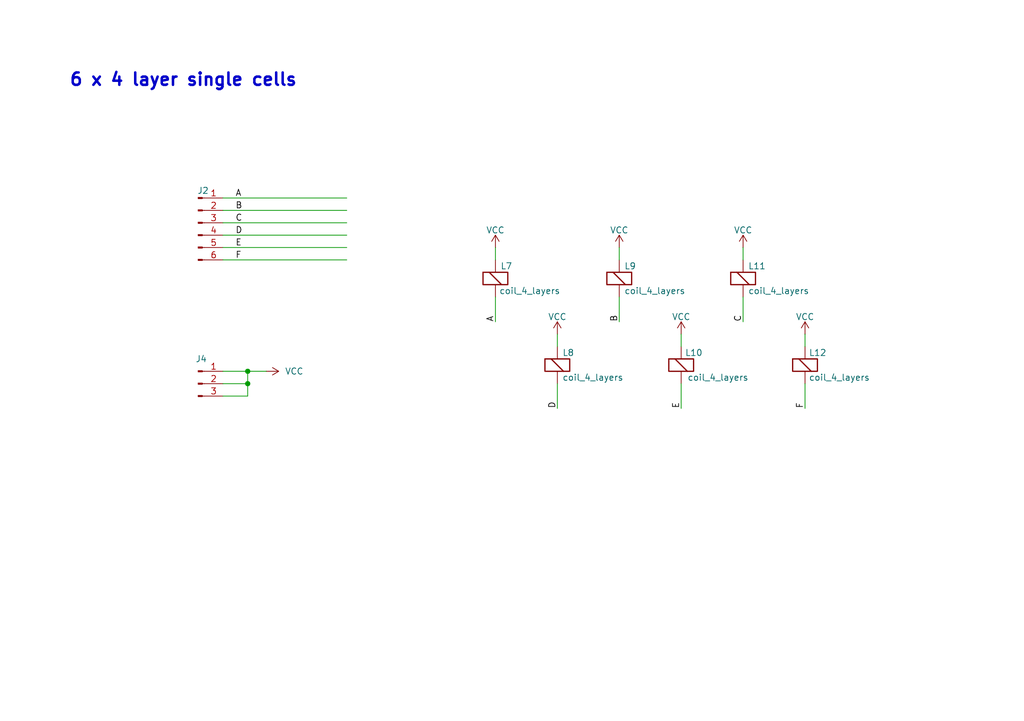
<source format=kicad_sch>
(kicad_sch (version 20231120) (generator "eeschema") (generator_version "8.0")
  (paper "A5")
  (title_block (title "Layered") (date "2024-07-04") (rev "0.1") (comment 1 "Jonas Stirnemann"))
  (lib_symbols
    (symbol "Connector:Conn_01x03_Pin" (pin_names (offset 1.016) hide)
      (property "Reference" "J" (at 0 5.08 0))
      (property "Value" "Conn_01x03_Pin" (at 0 -5.08 0))
      (symbol "Conn_01x03_Pin_1_1"
        (polyline (pts (xy 1.27 -2.54) (xy 0.8636 -2.54)) (stroke (width 0.1524)))
        (polyline (pts (xy 1.27 0) (xy 0.8636 0)) (stroke (width 0.1524)))
        (polyline (pts (xy 1.27 2.54) (xy 0.8636 2.54)) (stroke (width 0.1524)))
        (rectangle (start 0.8636 -2.413) (end 0 -2.667) (stroke (width 0.1524)) (fill (type outline)))
        (rectangle (start 0.8636 0.127) (end 0 -0.127) (stroke (width 0.1524)) (fill (type outline)))
        (rectangle (start 0.8636 2.667) (end 0 2.413) (stroke (width 0.1524)) (fill (type outline)))
        (pin passive line (at 5.08 2.54 180) (length 3.81) (name "Pin_1") (number "1"))
        (pin passive line (at 5.08 0 180) (length 3.81) (name "Pin_2") (number "2"))
        (pin passive line (at 5.08 -2.54 180) (length 3.81) (name "Pin_3") (number "3"))
      )
    )
    (symbol "Connector:Conn_01x06_Pin" (pin_names (offset 1.016) hide)
      (property "Reference" "J" (at 0 7.62 0))
      (property "Value" "Conn_01x06_Pin" (at 0 -10.16 0))
      (symbol "Conn_01x06_Pin_1_1"
        (polyline (pts (xy 1.27 -7.62) (xy 0.8636 -7.62)) (stroke (width 0.1524)))
        (polyline (pts (xy 1.27 -5.08) (xy 0.8636 -5.08)) (stroke (width 0.1524)))
        (polyline (pts (xy 1.27 -2.54) (xy 0.8636 -2.54)) (stroke (width 0.1524)))
        (polyline (pts (xy 1.27 0) (xy 0.8636 0)) (stroke (width 0.1524)))
        (polyline (pts (xy 1.27 2.54) (xy 0.8636 2.54)) (stroke (width 0.1524)))
        (polyline (pts (xy 1.27 5.08) (xy 0.8636 5.08)) (stroke (width 0.1524)))
        (rectangle (start 0.8636 -7.493) (end 0 -7.747) (stroke (width 0.1524)) (fill (type outline)))
        (rectangle (start 0.8636 -4.953) (end 0 -5.207) (stroke (width 0.1524)) (fill (type outline)))
        (rectangle (start 0.8636 -2.413) (end 0 -2.667) (stroke (width 0.1524)) (fill (type outline)))
        (rectangle (start 0.8636 0.127) (end 0 -0.127) (stroke (width 0.1524)) (fill (type outline)))
        (rectangle (start 0.8636 2.667) (end 0 2.413) (stroke (width 0.1524)) (fill (type outline)))
        (rectangle (start 0.8636 5.207) (end 0 4.953) (stroke (width 0.1524)) (fill (type outline)))
        (pin passive line (at 5.08 5.08 180) (length 3.81) (name "Pin_1") (number "1"))
        (pin passive line (at 5.08 2.54 180) (length 3.81) (name "Pin_2") (number "2"))
        (pin passive line (at 5.08 0 180) (length 3.81) (name "Pin_3") (number "3"))
        (pin passive line (at 5.08 -2.54 180) (length 3.81) (name "Pin_4") (number "4"))
        (pin passive line (at 5.08 -5.08 180) (length 3.81) (name "Pin_5") (number "5"))
        (pin passive line (at 5.08 -7.62 180) (length 3.81) (name "Pin_6") (number "6"))
      )
    )
    (symbol "Device:ElectromagneticActor" (pin_numbers hide) (pin_names (offset 0.0254) hide)
      (property "Reference" "L" (at 1.27 3.81 0))
      (property "Value" "ElectromagneticActor" (at 1.27 -1.27 0))
      (symbol "ElectromagneticActor_0_1"
        (rectangle (start -2.54 2.54) (end 2.54 0) (stroke (width 0.254)))
        (polyline (pts (xy -1.27 2.54) (xy 1.27 0)) (stroke (width 0.254)))
      )
      (symbol "ElectromagneticActor_1_1"
        (pin passive line (at 0 5.08 270) (length 2.54) (name "-") (number "1"))
        (pin passive line (at 0 -2.54 90) (length 2.54) (name "+") (number "2"))
      )
    )
    (symbol "power:VCC" (power) (pin_numbers hide) (pin_names (offset 0) hide)
      (property "Value" "VCC" (at 0 3.556 0))
      (symbol "VCC_0_1"
        (polyline (pts (xy -0.762 1.27) (xy 0 2.54)))
        (polyline (pts (xy 0 0) (xy 0 2.54)))
        (polyline (pts (xy 0 2.54) (xy 0.762 1.27)))
      )
      (symbol "VCC_1_1"
        (pin power_in line (at 0 0 90) (length 0) (name "~") (number "1"))
      )
    )
  )
  (junction (at 50.8 78.74))
  (junction (at 50.8 76.2))
  (wire (pts (xy 45.72 81.28) (xy 50.8 81.28)))
  (wire (pts (xy 45.72 53.34) (xy 71.12 53.34)))
  (wire (pts (xy 139.7 68.58) (xy 139.7 71.12)))
  (wire (pts (xy 45.72 48.26) (xy 71.12 48.26)))
  (wire (pts (xy 45.72 45.72) (xy 71.12 45.72)))
  (wire (pts (xy 45.72 50.8) (xy 71.12 50.8)))
  (wire (pts (xy 139.7 78.74) (xy 139.7 83.82)))
  (wire (pts (xy 165.1 78.74) (xy 165.1 83.82)))
  (wire (pts (xy 45.72 78.74) (xy 50.8 78.74)))
  (wire (pts (xy 127 50.8) (xy 127 53.34)))
  (wire (pts (xy 114.3 68.58) (xy 114.3 71.12)))
  (wire (pts (xy 50.8 78.74) (xy 50.8 76.2)))
  (wire (pts (xy 152.4 60.96) (xy 152.4 66.04)))
  (wire (pts (xy 54.61 76.2) (xy 50.8 76.2)))
  (wire (pts (xy 127 60.96) (xy 127 66.04)))
  (wire (pts (xy 165.1 68.58) (xy 165.1 71.12)))
  (wire (pts (xy 101.6 60.96) (xy 101.6 66.04)))
  (wire (pts (xy 101.6 50.8) (xy 101.6 53.34)))
  (wire (pts (xy 45.72 40.64) (xy 71.12 40.64)))
  (wire (pts (xy 50.8 81.28) (xy 50.8 78.74)))
  (wire (pts (xy 50.8 76.2) (xy 45.72 76.2)))
  (wire (pts (xy 45.72 43.18) (xy 71.12 43.18)))
  (wire (pts (xy 114.3 78.74) (xy 114.3 83.82)))
  (wire (pts (xy 152.4 50.8) (xy 152.4 53.34)))
  (text "6 x 4 layer single cells" (at 37.592 16.51 0) (effects (font (size 2.54 2.54) (thickness 0.508) (bold yes))))
  (label "C" (at 152.4 66.04 90))
  (label "D" (at 114.3 83.82 90))
  (label "F" (at 165.1 83.82 90))
  (label "C" (at 48.26 45.72 0))
  (label "A" (at 48.26 40.64 0))
  (label "B" (at 48.26 43.18 0))
  (label "D" (at 48.26 48.26 0))
  (label "E" (at 139.7 83.82 90))
  (label "E" (at 48.26 50.8 0))
  (label "B" (at 127 66.04 90))
  (label "F" (at 48.26 53.34 0))
  (label "A" (at 101.6 66.04 90))
  (symbol (lib_id "Device:ElectromagneticActor") (at 152.4 58.42 0) (unit 1)
    (property "Reference" "L11" (at 153.416 54.61 0) (effects (justify left)))
    (property "Value" "coil_4_layers" (at 153.416 59.69 0) (effects (justify left)))
    (property "Footprint" "single_coils:4layer_coil" (effects (hide yes)))
    (property "Description" "Electromagnetic actor" (effects (hide yes)))
  )
  (symbol (lib_id "Device:ElectromagneticActor") (at 114.3 76.2 0) (unit 1)
    (property "Reference" "L8" (at 115.316 72.39 0) (effects (justify left)))
    (property "Value" "coil_4_layers" (at 115.316 77.47 0) (effects (justify left)))
    (property "Footprint" "single_coils:4layer_coil" (effects (hide yes)))
    (property "Description" "Electromagnetic actor" (effects (hide yes)))
  )
  (symbol (lib_id "power:VCC") (at 114.3 68.58 0) (unit 1)
    (property "Reference" "#PWR010" (effects (hide yes)))
    (property "Value" "VCC" (at 114.3 65.024 0))
    (property "Description" "Power symbol creates a global label with name \"VCC\"" (effects (hide yes)))
  )
  (symbol (lib_id "Device:ElectromagneticActor") (at 139.7 76.2 0) (unit 1)
    (property "Reference" "L10" (at 140.462 72.39 0) (effects (justify left)))
    (property "Value" "coil_4_layers" (at 140.97 77.47 0) (effects (justify left)))
    (property "Footprint" "single_coils:4layer_coil" (effects (hide yes)))
    (property "Description" "Electromagnetic actor" (effects (hide yes)))
  )
  (symbol (lib_id "Connector:Conn_01x03_Pin") (at 40.64 78.74 0) (unit 1)
    (property "Reference" "J4" (at 41.275 73.66 0))
    (property "Value" "Conn_01x03_Pin" (effects (hide yes)))
    (property "Footprint" "Connector_PinHeader_2.54mm:PinHeader_1x03_P2.54mm_Vertical" (effects (hide yes)))
    (property "Description" "Generic connector, single row, 01x03, script generated" (effects (hide yes)))
  )
  (symbol (lib_id "Connector:Conn_01x06_Pin") (at 40.64 45.72 0) (unit 1)
    (property "Reference" "J2" (at 41.656 39.116 0))
    (property "Value" "Conn_01x06_Pin" (effects (hide yes)))
    (property "Footprint" "Connector_PinHeader_2.54mm:PinHeader_1x06_P2.54mm_Vertical" (effects (hide yes)))
    (property "Description" "Generic connector, single row, 01x06, script generated" (effects (hide yes)))
  )
  (symbol (lib_id "power:VCC") (at 54.61 76.2 270) (unit 1)
    (property "Reference" "#PWR01" (effects (hide yes)))
    (property "Value" "VCC" (at 58.42 76.1999 90) (effects (justify left)))
    (property "Description" "Power symbol creates a global label with name \"VCC\"" (effects (hide yes)))
  )
  (symbol (lib_id "power:VCC") (at 152.4 50.8 0) (unit 1)
    (property "Reference" "#PWR09" (effects (hide yes)))
    (property "Value" "VCC" (at 152.4 47.244 0))
    (property "Description" "Power symbol creates a global label with name \"VCC\"" (effects (hide yes)))
  )
  (symbol (lib_id "power:VCC") (at 165.1 68.58 0) (unit 1)
    (property "Reference" "#PWR012" (effects (hide yes)))
    (property "Value" "VCC" (at 165.1 65.024 0))
    (property "Description" "Power symbol creates a global label with name \"VCC\"" (effects (hide yes)))
  )
  (symbol (lib_id "power:VCC") (at 101.6 50.8 0) (unit 1)
    (property "Reference" "#PWR07" (effects (hide yes)))
    (property "Value" "VCC" (at 101.6 47.244 0))
    (property "Description" "Power symbol creates a global label with name \"VCC\"" (effects (hide yes)))
  )
  (symbol (lib_id "power:VCC") (at 139.7 68.58 0) (unit 1)
    (property "Reference" "#PWR011" (effects (hide yes)))
    (property "Value" "VCC" (at 139.7 65.024 0))
    (property "Description" "Power symbol creates a global label with name \"VCC\"" (effects (hide yes)))
  )
  (symbol (lib_id "power:VCC") (at 127 50.8 0) (unit 1)
    (property "Reference" "#PWR08" (effects (hide yes)))
    (property "Value" "VCC" (at 127 47.244 0))
    (property "Description" "Power symbol creates a global label with name \"VCC\"" (effects (hide yes)))
  )
  (symbol (lib_id "Device:ElectromagneticActor") (at 165.1 76.2 0) (unit 1)
    (property "Reference" "L12" (at 165.862 72.39 0) (effects (justify left)))
    (property "Value" "coil_4_layers" (at 165.862 77.47 0) (effects (justify left)))
    (property "Footprint" "single_coils:4layer_coil" (effects (hide yes)))
    (property "Description" "Electromagnetic actor" (effects (hide yes)))
  )
  (symbol (lib_id "Device:ElectromagneticActor") (at 127 58.42 0) (unit 1)
    (property "Reference" "L9" (at 128.016 54.61 0) (effects (justify left)))
    (property "Value" "coil_4_layers" (at 128.016 59.69 0) (effects (justify left)))
    (property "Footprint" "single_coils:4layer_coil" (effects (hide yes)))
    (property "Description" "Electromagnetic actor" (effects (hide yes)))
  )
  (symbol (lib_id "Device:ElectromagneticActor") (at 101.6 58.42 0) (unit 1)
    (property "Reference" "L7" (at 102.616 54.61 0) (effects (justify left)))
    (property "Value" "coil_4_layers" (at 102.362 59.69 0) (effects (justify left)))
    (property "Footprint" "single_coils:4layer_coil" (effects (hide yes)))
    (property "Description" "Electromagnetic actor" (effects (hide yes)))
  )
)
</source>
